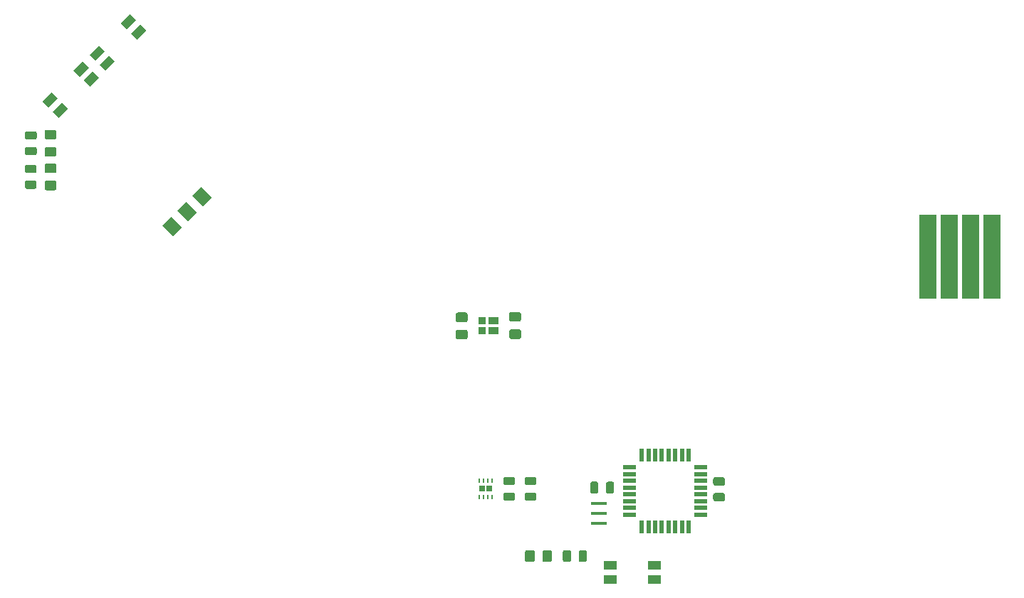
<source format=gbr>
G04 #@! TF.GenerationSoftware,KiCad,Pcbnew,(5.1.5-0-10_14)*
G04 #@! TF.CreationDate,2020-04-05T12:42:30-04:00*
G04 #@! TF.ProjectId,mobo,6d6f626f-2e6b-4696-9361-645f70636258,rev?*
G04 #@! TF.SameCoordinates,Original*
G04 #@! TF.FileFunction,Paste,Top*
G04 #@! TF.FilePolarity,Positive*
%FSLAX46Y46*%
G04 Gerber Fmt 4.6, Leading zero omitted, Abs format (unit mm)*
G04 Created by KiCad (PCBNEW (5.1.5-0-10_14)) date 2020-04-05 12:42:30*
%MOMM*%
%LPD*%
G04 APERTURE LIST*
%ADD10C,0.100000*%
%ADD11R,1.600000X0.550000*%
%ADD12R,0.550000X1.600000*%
%ADD13R,0.950000X0.970000*%
%ADD14R,1.150000X0.970000*%
%ADD15R,0.950000X0.850000*%
%ADD16R,1.150000X0.850000*%
%ADD17R,1.900000X0.400000*%
%ADD18R,2.000000X10.000000*%
%ADD19R,0.250000X0.500000*%
%ADD20R,0.650000X0.750000*%
%ADD21R,1.550000X1.000000*%
G04 APERTURE END LIST*
D10*
G36*
X160480142Y-160651174D02*
G01*
X160503803Y-160654684D01*
X160527007Y-160660496D01*
X160549529Y-160668554D01*
X160571153Y-160678782D01*
X160591670Y-160691079D01*
X160610883Y-160705329D01*
X160628607Y-160721393D01*
X160644671Y-160739117D01*
X160658921Y-160758330D01*
X160671218Y-160778847D01*
X160681446Y-160800471D01*
X160689504Y-160822993D01*
X160695316Y-160846197D01*
X160698826Y-160869858D01*
X160700000Y-160893750D01*
X160700000Y-161381250D01*
X160698826Y-161405142D01*
X160695316Y-161428803D01*
X160689504Y-161452007D01*
X160681446Y-161474529D01*
X160671218Y-161496153D01*
X160658921Y-161516670D01*
X160644671Y-161535883D01*
X160628607Y-161553607D01*
X160610883Y-161569671D01*
X160591670Y-161583921D01*
X160571153Y-161596218D01*
X160549529Y-161606446D01*
X160527007Y-161614504D01*
X160503803Y-161620316D01*
X160480142Y-161623826D01*
X160456250Y-161625000D01*
X159543750Y-161625000D01*
X159519858Y-161623826D01*
X159496197Y-161620316D01*
X159472993Y-161614504D01*
X159450471Y-161606446D01*
X159428847Y-161596218D01*
X159408330Y-161583921D01*
X159389117Y-161569671D01*
X159371393Y-161553607D01*
X159355329Y-161535883D01*
X159341079Y-161516670D01*
X159328782Y-161496153D01*
X159318554Y-161474529D01*
X159310496Y-161452007D01*
X159304684Y-161428803D01*
X159301174Y-161405142D01*
X159300000Y-161381250D01*
X159300000Y-160893750D01*
X159301174Y-160869858D01*
X159304684Y-160846197D01*
X159310496Y-160822993D01*
X159318554Y-160800471D01*
X159328782Y-160778847D01*
X159341079Y-160758330D01*
X159355329Y-160739117D01*
X159371393Y-160721393D01*
X159389117Y-160705329D01*
X159408330Y-160691079D01*
X159428847Y-160678782D01*
X159450471Y-160668554D01*
X159472993Y-160660496D01*
X159496197Y-160654684D01*
X159519858Y-160651174D01*
X159543750Y-160650000D01*
X160456250Y-160650000D01*
X160480142Y-160651174D01*
G37*
G36*
X160480142Y-158776174D02*
G01*
X160503803Y-158779684D01*
X160527007Y-158785496D01*
X160549529Y-158793554D01*
X160571153Y-158803782D01*
X160591670Y-158816079D01*
X160610883Y-158830329D01*
X160628607Y-158846393D01*
X160644671Y-158864117D01*
X160658921Y-158883330D01*
X160671218Y-158903847D01*
X160681446Y-158925471D01*
X160689504Y-158947993D01*
X160695316Y-158971197D01*
X160698826Y-158994858D01*
X160700000Y-159018750D01*
X160700000Y-159506250D01*
X160698826Y-159530142D01*
X160695316Y-159553803D01*
X160689504Y-159577007D01*
X160681446Y-159599529D01*
X160671218Y-159621153D01*
X160658921Y-159641670D01*
X160644671Y-159660883D01*
X160628607Y-159678607D01*
X160610883Y-159694671D01*
X160591670Y-159708921D01*
X160571153Y-159721218D01*
X160549529Y-159731446D01*
X160527007Y-159739504D01*
X160503803Y-159745316D01*
X160480142Y-159748826D01*
X160456250Y-159750000D01*
X159543750Y-159750000D01*
X159519858Y-159748826D01*
X159496197Y-159745316D01*
X159472993Y-159739504D01*
X159450471Y-159731446D01*
X159428847Y-159721218D01*
X159408330Y-159708921D01*
X159389117Y-159694671D01*
X159371393Y-159678607D01*
X159355329Y-159660883D01*
X159341079Y-159641670D01*
X159328782Y-159621153D01*
X159318554Y-159599529D01*
X159310496Y-159577007D01*
X159304684Y-159553803D01*
X159301174Y-159530142D01*
X159300000Y-159506250D01*
X159300000Y-159018750D01*
X159301174Y-158994858D01*
X159304684Y-158971197D01*
X159310496Y-158947993D01*
X159318554Y-158925471D01*
X159328782Y-158903847D01*
X159341079Y-158883330D01*
X159355329Y-158864117D01*
X159371393Y-158846393D01*
X159389117Y-158830329D01*
X159408330Y-158816079D01*
X159428847Y-158803782D01*
X159450471Y-158793554D01*
X159472993Y-158785496D01*
X159496197Y-158779684D01*
X159519858Y-158776174D01*
X159543750Y-158775000D01*
X160456250Y-158775000D01*
X160480142Y-158776174D01*
G37*
G36*
X85551650Y-110443324D02*
G01*
X86258757Y-111150431D01*
X85162742Y-112246446D01*
X84455635Y-111539339D01*
X85551650Y-110443324D01*
G37*
G36*
X81839339Y-114155635D02*
G01*
X82546446Y-114862742D01*
X81450431Y-115958757D01*
X80743324Y-115251650D01*
X81839339Y-114155635D01*
G37*
G36*
X80637258Y-112953554D02*
G01*
X81344365Y-113660661D01*
X80248350Y-114756676D01*
X79541243Y-114049569D01*
X80637258Y-112953554D01*
G37*
G36*
X84349569Y-109241243D02*
G01*
X85056676Y-109948350D01*
X83960661Y-111044365D01*
X83253554Y-110337258D01*
X84349569Y-109241243D01*
G37*
G36*
X145430142Y-159301174D02*
G01*
X145453803Y-159304684D01*
X145477007Y-159310496D01*
X145499529Y-159318554D01*
X145521153Y-159328782D01*
X145541670Y-159341079D01*
X145560883Y-159355329D01*
X145578607Y-159371393D01*
X145594671Y-159389117D01*
X145608921Y-159408330D01*
X145621218Y-159428847D01*
X145631446Y-159450471D01*
X145639504Y-159472993D01*
X145645316Y-159496197D01*
X145648826Y-159519858D01*
X145650000Y-159543750D01*
X145650000Y-160456250D01*
X145648826Y-160480142D01*
X145645316Y-160503803D01*
X145639504Y-160527007D01*
X145631446Y-160549529D01*
X145621218Y-160571153D01*
X145608921Y-160591670D01*
X145594671Y-160610883D01*
X145578607Y-160628607D01*
X145560883Y-160644671D01*
X145541670Y-160658921D01*
X145521153Y-160671218D01*
X145499529Y-160681446D01*
X145477007Y-160689504D01*
X145453803Y-160695316D01*
X145430142Y-160698826D01*
X145406250Y-160700000D01*
X144918750Y-160700000D01*
X144894858Y-160698826D01*
X144871197Y-160695316D01*
X144847993Y-160689504D01*
X144825471Y-160681446D01*
X144803847Y-160671218D01*
X144783330Y-160658921D01*
X144764117Y-160644671D01*
X144746393Y-160628607D01*
X144730329Y-160610883D01*
X144716079Y-160591670D01*
X144703782Y-160571153D01*
X144693554Y-160549529D01*
X144685496Y-160527007D01*
X144679684Y-160503803D01*
X144676174Y-160480142D01*
X144675000Y-160456250D01*
X144675000Y-159543750D01*
X144676174Y-159519858D01*
X144679684Y-159496197D01*
X144685496Y-159472993D01*
X144693554Y-159450471D01*
X144703782Y-159428847D01*
X144716079Y-159408330D01*
X144730329Y-159389117D01*
X144746393Y-159371393D01*
X144764117Y-159355329D01*
X144783330Y-159341079D01*
X144803847Y-159328782D01*
X144825471Y-159318554D01*
X144847993Y-159310496D01*
X144871197Y-159304684D01*
X144894858Y-159301174D01*
X144918750Y-159300000D01*
X145406250Y-159300000D01*
X145430142Y-159301174D01*
G37*
G36*
X147305142Y-159301174D02*
G01*
X147328803Y-159304684D01*
X147352007Y-159310496D01*
X147374529Y-159318554D01*
X147396153Y-159328782D01*
X147416670Y-159341079D01*
X147435883Y-159355329D01*
X147453607Y-159371393D01*
X147469671Y-159389117D01*
X147483921Y-159408330D01*
X147496218Y-159428847D01*
X147506446Y-159450471D01*
X147514504Y-159472993D01*
X147520316Y-159496197D01*
X147523826Y-159519858D01*
X147525000Y-159543750D01*
X147525000Y-160456250D01*
X147523826Y-160480142D01*
X147520316Y-160503803D01*
X147514504Y-160527007D01*
X147506446Y-160549529D01*
X147496218Y-160571153D01*
X147483921Y-160591670D01*
X147469671Y-160610883D01*
X147453607Y-160628607D01*
X147435883Y-160644671D01*
X147416670Y-160658921D01*
X147396153Y-160671218D01*
X147374529Y-160681446D01*
X147352007Y-160689504D01*
X147328803Y-160695316D01*
X147305142Y-160698826D01*
X147281250Y-160700000D01*
X146793750Y-160700000D01*
X146769858Y-160698826D01*
X146746197Y-160695316D01*
X146722993Y-160689504D01*
X146700471Y-160681446D01*
X146678847Y-160671218D01*
X146658330Y-160658921D01*
X146639117Y-160644671D01*
X146621393Y-160628607D01*
X146605329Y-160610883D01*
X146591079Y-160591670D01*
X146578782Y-160571153D01*
X146568554Y-160549529D01*
X146560496Y-160527007D01*
X146554684Y-160503803D01*
X146551174Y-160480142D01*
X146550000Y-160456250D01*
X146550000Y-159543750D01*
X146551174Y-159519858D01*
X146554684Y-159496197D01*
X146560496Y-159472993D01*
X146568554Y-159450471D01*
X146578782Y-159428847D01*
X146591079Y-159408330D01*
X146605329Y-159389117D01*
X146621393Y-159371393D01*
X146639117Y-159355329D01*
X146658330Y-159341079D01*
X146678847Y-159328782D01*
X146700471Y-159318554D01*
X146722993Y-159310496D01*
X146746197Y-159304684D01*
X146769858Y-159301174D01*
X146793750Y-159300000D01*
X147281250Y-159300000D01*
X147305142Y-159301174D01*
G37*
G36*
X144060142Y-167459174D02*
G01*
X144083803Y-167462684D01*
X144107007Y-167468496D01*
X144129529Y-167476554D01*
X144151153Y-167486782D01*
X144171670Y-167499079D01*
X144190883Y-167513329D01*
X144208607Y-167529393D01*
X144224671Y-167547117D01*
X144238921Y-167566330D01*
X144251218Y-167586847D01*
X144261446Y-167608471D01*
X144269504Y-167630993D01*
X144275316Y-167654197D01*
X144278826Y-167677858D01*
X144280000Y-167701750D01*
X144280000Y-168614250D01*
X144278826Y-168638142D01*
X144275316Y-168661803D01*
X144269504Y-168685007D01*
X144261446Y-168707529D01*
X144251218Y-168729153D01*
X144238921Y-168749670D01*
X144224671Y-168768883D01*
X144208607Y-168786607D01*
X144190883Y-168802671D01*
X144171670Y-168816921D01*
X144151153Y-168829218D01*
X144129529Y-168839446D01*
X144107007Y-168847504D01*
X144083803Y-168853316D01*
X144060142Y-168856826D01*
X144036250Y-168858000D01*
X143548750Y-168858000D01*
X143524858Y-168856826D01*
X143501197Y-168853316D01*
X143477993Y-168847504D01*
X143455471Y-168839446D01*
X143433847Y-168829218D01*
X143413330Y-168816921D01*
X143394117Y-168802671D01*
X143376393Y-168786607D01*
X143360329Y-168768883D01*
X143346079Y-168749670D01*
X143333782Y-168729153D01*
X143323554Y-168707529D01*
X143315496Y-168685007D01*
X143309684Y-168661803D01*
X143306174Y-168638142D01*
X143305000Y-168614250D01*
X143305000Y-167701750D01*
X143306174Y-167677858D01*
X143309684Y-167654197D01*
X143315496Y-167630993D01*
X143323554Y-167608471D01*
X143333782Y-167586847D01*
X143346079Y-167566330D01*
X143360329Y-167547117D01*
X143376393Y-167529393D01*
X143394117Y-167513329D01*
X143413330Y-167499079D01*
X143433847Y-167486782D01*
X143455471Y-167476554D01*
X143477993Y-167468496D01*
X143501197Y-167462684D01*
X143524858Y-167459174D01*
X143548750Y-167458000D01*
X144036250Y-167458000D01*
X144060142Y-167459174D01*
G37*
G36*
X142185142Y-167459174D02*
G01*
X142208803Y-167462684D01*
X142232007Y-167468496D01*
X142254529Y-167476554D01*
X142276153Y-167486782D01*
X142296670Y-167499079D01*
X142315883Y-167513329D01*
X142333607Y-167529393D01*
X142349671Y-167547117D01*
X142363921Y-167566330D01*
X142376218Y-167586847D01*
X142386446Y-167608471D01*
X142394504Y-167630993D01*
X142400316Y-167654197D01*
X142403826Y-167677858D01*
X142405000Y-167701750D01*
X142405000Y-168614250D01*
X142403826Y-168638142D01*
X142400316Y-168661803D01*
X142394504Y-168685007D01*
X142386446Y-168707529D01*
X142376218Y-168729153D01*
X142363921Y-168749670D01*
X142349671Y-168768883D01*
X142333607Y-168786607D01*
X142315883Y-168802671D01*
X142296670Y-168816921D01*
X142276153Y-168829218D01*
X142254529Y-168839446D01*
X142232007Y-168847504D01*
X142208803Y-168853316D01*
X142185142Y-168856826D01*
X142161250Y-168858000D01*
X141673750Y-168858000D01*
X141649858Y-168856826D01*
X141626197Y-168853316D01*
X141602993Y-168847504D01*
X141580471Y-168839446D01*
X141558847Y-168829218D01*
X141538330Y-168816921D01*
X141519117Y-168802671D01*
X141501393Y-168786607D01*
X141485329Y-168768883D01*
X141471079Y-168749670D01*
X141458782Y-168729153D01*
X141448554Y-168707529D01*
X141440496Y-168685007D01*
X141434684Y-168661803D01*
X141431174Y-168638142D01*
X141430000Y-168614250D01*
X141430000Y-167701750D01*
X141431174Y-167677858D01*
X141434684Y-167654197D01*
X141440496Y-167630993D01*
X141448554Y-167608471D01*
X141458782Y-167586847D01*
X141471079Y-167566330D01*
X141485329Y-167547117D01*
X141501393Y-167529393D01*
X141519117Y-167513329D01*
X141538330Y-167499079D01*
X141558847Y-167486782D01*
X141580471Y-167476554D01*
X141602993Y-167468496D01*
X141626197Y-167462684D01*
X141649858Y-167459174D01*
X141673750Y-167458000D01*
X142161250Y-167458000D01*
X142185142Y-167459174D01*
G37*
G36*
X78655128Y-119451174D02*
G01*
X78678789Y-119454684D01*
X78701993Y-119460496D01*
X78724515Y-119468554D01*
X78746139Y-119478782D01*
X78766656Y-119491079D01*
X78785869Y-119505329D01*
X78803593Y-119521393D01*
X78819657Y-119539117D01*
X78833907Y-119558330D01*
X78846204Y-119578847D01*
X78856432Y-119600471D01*
X78864490Y-119622993D01*
X78870302Y-119646197D01*
X78873812Y-119669858D01*
X78874986Y-119693750D01*
X78874986Y-120181250D01*
X78873812Y-120205142D01*
X78870302Y-120228803D01*
X78864490Y-120252007D01*
X78856432Y-120274529D01*
X78846204Y-120296153D01*
X78833907Y-120316670D01*
X78819657Y-120335883D01*
X78803593Y-120353607D01*
X78785869Y-120369671D01*
X78766656Y-120383921D01*
X78746139Y-120396218D01*
X78724515Y-120406446D01*
X78701993Y-120414504D01*
X78678789Y-120420316D01*
X78655128Y-120423826D01*
X78631236Y-120425000D01*
X77718736Y-120425000D01*
X77694844Y-120423826D01*
X77671183Y-120420316D01*
X77647979Y-120414504D01*
X77625457Y-120406446D01*
X77603833Y-120396218D01*
X77583316Y-120383921D01*
X77564103Y-120369671D01*
X77546379Y-120353607D01*
X77530315Y-120335883D01*
X77516065Y-120316670D01*
X77503768Y-120296153D01*
X77493540Y-120274529D01*
X77485482Y-120252007D01*
X77479670Y-120228803D01*
X77476160Y-120205142D01*
X77474986Y-120181250D01*
X77474986Y-119693750D01*
X77476160Y-119669858D01*
X77479670Y-119646197D01*
X77485482Y-119622993D01*
X77493540Y-119600471D01*
X77503768Y-119578847D01*
X77516065Y-119558330D01*
X77530315Y-119539117D01*
X77546379Y-119521393D01*
X77564103Y-119505329D01*
X77583316Y-119491079D01*
X77603833Y-119478782D01*
X77625457Y-119468554D01*
X77647979Y-119460496D01*
X77671183Y-119454684D01*
X77694844Y-119451174D01*
X77718736Y-119450000D01*
X78631236Y-119450000D01*
X78655128Y-119451174D01*
G37*
G36*
X78655128Y-117576174D02*
G01*
X78678789Y-117579684D01*
X78701993Y-117585496D01*
X78724515Y-117593554D01*
X78746139Y-117603782D01*
X78766656Y-117616079D01*
X78785869Y-117630329D01*
X78803593Y-117646393D01*
X78819657Y-117664117D01*
X78833907Y-117683330D01*
X78846204Y-117703847D01*
X78856432Y-117725471D01*
X78864490Y-117747993D01*
X78870302Y-117771197D01*
X78873812Y-117794858D01*
X78874986Y-117818750D01*
X78874986Y-118306250D01*
X78873812Y-118330142D01*
X78870302Y-118353803D01*
X78864490Y-118377007D01*
X78856432Y-118399529D01*
X78846204Y-118421153D01*
X78833907Y-118441670D01*
X78819657Y-118460883D01*
X78803593Y-118478607D01*
X78785869Y-118494671D01*
X78766656Y-118508921D01*
X78746139Y-118521218D01*
X78724515Y-118531446D01*
X78701993Y-118539504D01*
X78678789Y-118545316D01*
X78655128Y-118548826D01*
X78631236Y-118550000D01*
X77718736Y-118550000D01*
X77694844Y-118548826D01*
X77671183Y-118545316D01*
X77647979Y-118539504D01*
X77625457Y-118531446D01*
X77603833Y-118521218D01*
X77583316Y-118508921D01*
X77564103Y-118494671D01*
X77546379Y-118478607D01*
X77530315Y-118460883D01*
X77516065Y-118441670D01*
X77503768Y-118421153D01*
X77493540Y-118399529D01*
X77485482Y-118377007D01*
X77479670Y-118353803D01*
X77476160Y-118330142D01*
X77474986Y-118306250D01*
X77474986Y-117818750D01*
X77476160Y-117794858D01*
X77479670Y-117771197D01*
X77485482Y-117747993D01*
X77493540Y-117725471D01*
X77503768Y-117703847D01*
X77516065Y-117683330D01*
X77530315Y-117664117D01*
X77546379Y-117646393D01*
X77564103Y-117630329D01*
X77583316Y-117616079D01*
X77603833Y-117603782D01*
X77625457Y-117593554D01*
X77647979Y-117585496D01*
X77671183Y-117579684D01*
X77694844Y-117576174D01*
X77718736Y-117575000D01*
X78631236Y-117575000D01*
X78655128Y-117576174D01*
G37*
G36*
X78637168Y-121576174D02*
G01*
X78660829Y-121579684D01*
X78684033Y-121585496D01*
X78706555Y-121593554D01*
X78728179Y-121603782D01*
X78748696Y-121616079D01*
X78767909Y-121630329D01*
X78785633Y-121646393D01*
X78801697Y-121664117D01*
X78815947Y-121683330D01*
X78828244Y-121703847D01*
X78838472Y-121725471D01*
X78846530Y-121747993D01*
X78852342Y-121771197D01*
X78855852Y-121794858D01*
X78857026Y-121818750D01*
X78857026Y-122306250D01*
X78855852Y-122330142D01*
X78852342Y-122353803D01*
X78846530Y-122377007D01*
X78838472Y-122399529D01*
X78828244Y-122421153D01*
X78815947Y-122441670D01*
X78801697Y-122460883D01*
X78785633Y-122478607D01*
X78767909Y-122494671D01*
X78748696Y-122508921D01*
X78728179Y-122521218D01*
X78706555Y-122531446D01*
X78684033Y-122539504D01*
X78660829Y-122545316D01*
X78637168Y-122548826D01*
X78613276Y-122550000D01*
X77700776Y-122550000D01*
X77676884Y-122548826D01*
X77653223Y-122545316D01*
X77630019Y-122539504D01*
X77607497Y-122531446D01*
X77585873Y-122521218D01*
X77565356Y-122508921D01*
X77546143Y-122494671D01*
X77528419Y-122478607D01*
X77512355Y-122460883D01*
X77498105Y-122441670D01*
X77485808Y-122421153D01*
X77475580Y-122399529D01*
X77467522Y-122377007D01*
X77461710Y-122353803D01*
X77458200Y-122330142D01*
X77457026Y-122306250D01*
X77457026Y-121818750D01*
X77458200Y-121794858D01*
X77461710Y-121771197D01*
X77467522Y-121747993D01*
X77475580Y-121725471D01*
X77485808Y-121703847D01*
X77498105Y-121683330D01*
X77512355Y-121664117D01*
X77528419Y-121646393D01*
X77546143Y-121630329D01*
X77565356Y-121616079D01*
X77585873Y-121603782D01*
X77607497Y-121593554D01*
X77630019Y-121585496D01*
X77653223Y-121579684D01*
X77676884Y-121576174D01*
X77700776Y-121575000D01*
X78613276Y-121575000D01*
X78637168Y-121576174D01*
G37*
G36*
X78637168Y-123451174D02*
G01*
X78660829Y-123454684D01*
X78684033Y-123460496D01*
X78706555Y-123468554D01*
X78728179Y-123478782D01*
X78748696Y-123491079D01*
X78767909Y-123505329D01*
X78785633Y-123521393D01*
X78801697Y-123539117D01*
X78815947Y-123558330D01*
X78828244Y-123578847D01*
X78838472Y-123600471D01*
X78846530Y-123622993D01*
X78852342Y-123646197D01*
X78855852Y-123669858D01*
X78857026Y-123693750D01*
X78857026Y-124181250D01*
X78855852Y-124205142D01*
X78852342Y-124228803D01*
X78846530Y-124252007D01*
X78838472Y-124274529D01*
X78828244Y-124296153D01*
X78815947Y-124316670D01*
X78801697Y-124335883D01*
X78785633Y-124353607D01*
X78767909Y-124369671D01*
X78748696Y-124383921D01*
X78728179Y-124396218D01*
X78706555Y-124406446D01*
X78684033Y-124414504D01*
X78660829Y-124420316D01*
X78637168Y-124423826D01*
X78613276Y-124425000D01*
X77700776Y-124425000D01*
X77676884Y-124423826D01*
X77653223Y-124420316D01*
X77630019Y-124414504D01*
X77607497Y-124406446D01*
X77585873Y-124396218D01*
X77565356Y-124383921D01*
X77546143Y-124369671D01*
X77528419Y-124353607D01*
X77512355Y-124335883D01*
X77498105Y-124316670D01*
X77485808Y-124296153D01*
X77475580Y-124274529D01*
X77467522Y-124252007D01*
X77461710Y-124228803D01*
X77458200Y-124205142D01*
X77457026Y-124181250D01*
X77457026Y-123693750D01*
X77458200Y-123669858D01*
X77461710Y-123646197D01*
X77467522Y-123622993D01*
X77475580Y-123600471D01*
X77485808Y-123578847D01*
X77498105Y-123558330D01*
X77512355Y-123539117D01*
X77528419Y-123521393D01*
X77546143Y-123505329D01*
X77565356Y-123491079D01*
X77585873Y-123478782D01*
X77607497Y-123468554D01*
X77630019Y-123460496D01*
X77653223Y-123454684D01*
X77676884Y-123451174D01*
X77700776Y-123450000D01*
X78613276Y-123450000D01*
X78637168Y-123451174D01*
G37*
G36*
X80974505Y-119451204D02*
G01*
X80998773Y-119454804D01*
X81022572Y-119460765D01*
X81045671Y-119469030D01*
X81067850Y-119479520D01*
X81088893Y-119492132D01*
X81108599Y-119506747D01*
X81126777Y-119523223D01*
X81143253Y-119541401D01*
X81157868Y-119561107D01*
X81170480Y-119582150D01*
X81180970Y-119604329D01*
X81189235Y-119627428D01*
X81195196Y-119651227D01*
X81198796Y-119675495D01*
X81200000Y-119699999D01*
X81200000Y-120350001D01*
X81198796Y-120374505D01*
X81195196Y-120398773D01*
X81189235Y-120422572D01*
X81180970Y-120445671D01*
X81170480Y-120467850D01*
X81157868Y-120488893D01*
X81143253Y-120508599D01*
X81126777Y-120526777D01*
X81108599Y-120543253D01*
X81088893Y-120557868D01*
X81067850Y-120570480D01*
X81045671Y-120580970D01*
X81022572Y-120589235D01*
X80998773Y-120595196D01*
X80974505Y-120598796D01*
X80950001Y-120600000D01*
X80049999Y-120600000D01*
X80025495Y-120598796D01*
X80001227Y-120595196D01*
X79977428Y-120589235D01*
X79954329Y-120580970D01*
X79932150Y-120570480D01*
X79911107Y-120557868D01*
X79891401Y-120543253D01*
X79873223Y-120526777D01*
X79856747Y-120508599D01*
X79842132Y-120488893D01*
X79829520Y-120467850D01*
X79819030Y-120445671D01*
X79810765Y-120422572D01*
X79804804Y-120398773D01*
X79801204Y-120374505D01*
X79800000Y-120350001D01*
X79800000Y-119699999D01*
X79801204Y-119675495D01*
X79804804Y-119651227D01*
X79810765Y-119627428D01*
X79819030Y-119604329D01*
X79829520Y-119582150D01*
X79842132Y-119561107D01*
X79856747Y-119541401D01*
X79873223Y-119523223D01*
X79891401Y-119506747D01*
X79911107Y-119492132D01*
X79932150Y-119479520D01*
X79954329Y-119469030D01*
X79977428Y-119460765D01*
X80001227Y-119454804D01*
X80025495Y-119451204D01*
X80049999Y-119450000D01*
X80950001Y-119450000D01*
X80974505Y-119451204D01*
G37*
G36*
X80974505Y-117401204D02*
G01*
X80998773Y-117404804D01*
X81022572Y-117410765D01*
X81045671Y-117419030D01*
X81067850Y-117429520D01*
X81088893Y-117442132D01*
X81108599Y-117456747D01*
X81126777Y-117473223D01*
X81143253Y-117491401D01*
X81157868Y-117511107D01*
X81170480Y-117532150D01*
X81180970Y-117554329D01*
X81189235Y-117577428D01*
X81195196Y-117601227D01*
X81198796Y-117625495D01*
X81200000Y-117649999D01*
X81200000Y-118300001D01*
X81198796Y-118324505D01*
X81195196Y-118348773D01*
X81189235Y-118372572D01*
X81180970Y-118395671D01*
X81170480Y-118417850D01*
X81157868Y-118438893D01*
X81143253Y-118458599D01*
X81126777Y-118476777D01*
X81108599Y-118493253D01*
X81088893Y-118507868D01*
X81067850Y-118520480D01*
X81045671Y-118530970D01*
X81022572Y-118539235D01*
X80998773Y-118545196D01*
X80974505Y-118548796D01*
X80950001Y-118550000D01*
X80049999Y-118550000D01*
X80025495Y-118548796D01*
X80001227Y-118545196D01*
X79977428Y-118539235D01*
X79954329Y-118530970D01*
X79932150Y-118520480D01*
X79911107Y-118507868D01*
X79891401Y-118493253D01*
X79873223Y-118476777D01*
X79856747Y-118458599D01*
X79842132Y-118438893D01*
X79829520Y-118417850D01*
X79819030Y-118395671D01*
X79810765Y-118372572D01*
X79804804Y-118348773D01*
X79801204Y-118324505D01*
X79800000Y-118300001D01*
X79800000Y-117649999D01*
X79801204Y-117625495D01*
X79804804Y-117601227D01*
X79810765Y-117577428D01*
X79819030Y-117554329D01*
X79829520Y-117532150D01*
X79842132Y-117511107D01*
X79856747Y-117491401D01*
X79873223Y-117473223D01*
X79891401Y-117456747D01*
X79911107Y-117442132D01*
X79932150Y-117429520D01*
X79954329Y-117419030D01*
X79977428Y-117410765D01*
X80001227Y-117404804D01*
X80025495Y-117401204D01*
X80049999Y-117400000D01*
X80950001Y-117400000D01*
X80974505Y-117401204D01*
G37*
G36*
X80984358Y-121401204D02*
G01*
X81008626Y-121404804D01*
X81032425Y-121410765D01*
X81055524Y-121419030D01*
X81077703Y-121429520D01*
X81098746Y-121442132D01*
X81118452Y-121456747D01*
X81136630Y-121473223D01*
X81153106Y-121491401D01*
X81167721Y-121511107D01*
X81180333Y-121532150D01*
X81190823Y-121554329D01*
X81199088Y-121577428D01*
X81205049Y-121601227D01*
X81208649Y-121625495D01*
X81209853Y-121649999D01*
X81209853Y-122300001D01*
X81208649Y-122324505D01*
X81205049Y-122348773D01*
X81199088Y-122372572D01*
X81190823Y-122395671D01*
X81180333Y-122417850D01*
X81167721Y-122438893D01*
X81153106Y-122458599D01*
X81136630Y-122476777D01*
X81118452Y-122493253D01*
X81098746Y-122507868D01*
X81077703Y-122520480D01*
X81055524Y-122530970D01*
X81032425Y-122539235D01*
X81008626Y-122545196D01*
X80984358Y-122548796D01*
X80959854Y-122550000D01*
X80059852Y-122550000D01*
X80035348Y-122548796D01*
X80011080Y-122545196D01*
X79987281Y-122539235D01*
X79964182Y-122530970D01*
X79942003Y-122520480D01*
X79920960Y-122507868D01*
X79901254Y-122493253D01*
X79883076Y-122476777D01*
X79866600Y-122458599D01*
X79851985Y-122438893D01*
X79839373Y-122417850D01*
X79828883Y-122395671D01*
X79820618Y-122372572D01*
X79814657Y-122348773D01*
X79811057Y-122324505D01*
X79809853Y-122300001D01*
X79809853Y-121649999D01*
X79811057Y-121625495D01*
X79814657Y-121601227D01*
X79820618Y-121577428D01*
X79828883Y-121554329D01*
X79839373Y-121532150D01*
X79851985Y-121511107D01*
X79866600Y-121491401D01*
X79883076Y-121473223D01*
X79901254Y-121456747D01*
X79920960Y-121442132D01*
X79942003Y-121429520D01*
X79964182Y-121419030D01*
X79987281Y-121410765D01*
X80011080Y-121404804D01*
X80035348Y-121401204D01*
X80059852Y-121400000D01*
X80959854Y-121400000D01*
X80984358Y-121401204D01*
G37*
G36*
X80984358Y-123451204D02*
G01*
X81008626Y-123454804D01*
X81032425Y-123460765D01*
X81055524Y-123469030D01*
X81077703Y-123479520D01*
X81098746Y-123492132D01*
X81118452Y-123506747D01*
X81136630Y-123523223D01*
X81153106Y-123541401D01*
X81167721Y-123561107D01*
X81180333Y-123582150D01*
X81190823Y-123604329D01*
X81199088Y-123627428D01*
X81205049Y-123651227D01*
X81208649Y-123675495D01*
X81209853Y-123699999D01*
X81209853Y-124350001D01*
X81208649Y-124374505D01*
X81205049Y-124398773D01*
X81199088Y-124422572D01*
X81190823Y-124445671D01*
X81180333Y-124467850D01*
X81167721Y-124488893D01*
X81153106Y-124508599D01*
X81136630Y-124526777D01*
X81118452Y-124543253D01*
X81098746Y-124557868D01*
X81077703Y-124570480D01*
X81055524Y-124580970D01*
X81032425Y-124589235D01*
X81008626Y-124595196D01*
X80984358Y-124598796D01*
X80959854Y-124600000D01*
X80059852Y-124600000D01*
X80035348Y-124598796D01*
X80011080Y-124595196D01*
X79987281Y-124589235D01*
X79964182Y-124580970D01*
X79942003Y-124570480D01*
X79920960Y-124557868D01*
X79901254Y-124543253D01*
X79883076Y-124526777D01*
X79866600Y-124508599D01*
X79851985Y-124488893D01*
X79839373Y-124467850D01*
X79828883Y-124445671D01*
X79820618Y-124422572D01*
X79814657Y-124398773D01*
X79811057Y-124374505D01*
X79809853Y-124350001D01*
X79809853Y-123699999D01*
X79811057Y-123675495D01*
X79814657Y-123651227D01*
X79820618Y-123627428D01*
X79828883Y-123604329D01*
X79839373Y-123582150D01*
X79851985Y-123561107D01*
X79866600Y-123541401D01*
X79883076Y-123523223D01*
X79901254Y-123506747D01*
X79920960Y-123492132D01*
X79942003Y-123479520D01*
X79964182Y-123469030D01*
X79987281Y-123460765D01*
X80011080Y-123454804D01*
X80035348Y-123451204D01*
X80059852Y-123450000D01*
X80959854Y-123450000D01*
X80984358Y-123451204D01*
G37*
G36*
X129874505Y-139151204D02*
G01*
X129898773Y-139154804D01*
X129922572Y-139160765D01*
X129945671Y-139169030D01*
X129967850Y-139179520D01*
X129988893Y-139192132D01*
X130008599Y-139206747D01*
X130026777Y-139223223D01*
X130043253Y-139241401D01*
X130057868Y-139261107D01*
X130070480Y-139282150D01*
X130080970Y-139304329D01*
X130089235Y-139327428D01*
X130095196Y-139351227D01*
X130098796Y-139375495D01*
X130100000Y-139399999D01*
X130100000Y-140050001D01*
X130098796Y-140074505D01*
X130095196Y-140098773D01*
X130089235Y-140122572D01*
X130080970Y-140145671D01*
X130070480Y-140167850D01*
X130057868Y-140188893D01*
X130043253Y-140208599D01*
X130026777Y-140226777D01*
X130008599Y-140243253D01*
X129988893Y-140257868D01*
X129967850Y-140270480D01*
X129945671Y-140280970D01*
X129922572Y-140289235D01*
X129898773Y-140295196D01*
X129874505Y-140298796D01*
X129850001Y-140300000D01*
X128949999Y-140300000D01*
X128925495Y-140298796D01*
X128901227Y-140295196D01*
X128877428Y-140289235D01*
X128854329Y-140280970D01*
X128832150Y-140270480D01*
X128811107Y-140257868D01*
X128791401Y-140243253D01*
X128773223Y-140226777D01*
X128756747Y-140208599D01*
X128742132Y-140188893D01*
X128729520Y-140167850D01*
X128719030Y-140145671D01*
X128710765Y-140122572D01*
X128704804Y-140098773D01*
X128701204Y-140074505D01*
X128700000Y-140050001D01*
X128700000Y-139399999D01*
X128701204Y-139375495D01*
X128704804Y-139351227D01*
X128710765Y-139327428D01*
X128719030Y-139304329D01*
X128729520Y-139282150D01*
X128742132Y-139261107D01*
X128756747Y-139241401D01*
X128773223Y-139223223D01*
X128791401Y-139206747D01*
X128811107Y-139192132D01*
X128832150Y-139179520D01*
X128854329Y-139169030D01*
X128877428Y-139160765D01*
X128901227Y-139154804D01*
X128925495Y-139151204D01*
X128949999Y-139150000D01*
X129850001Y-139150000D01*
X129874505Y-139151204D01*
G37*
G36*
X129874505Y-141201204D02*
G01*
X129898773Y-141204804D01*
X129922572Y-141210765D01*
X129945671Y-141219030D01*
X129967850Y-141229520D01*
X129988893Y-141242132D01*
X130008599Y-141256747D01*
X130026777Y-141273223D01*
X130043253Y-141291401D01*
X130057868Y-141311107D01*
X130070480Y-141332150D01*
X130080970Y-141354329D01*
X130089235Y-141377428D01*
X130095196Y-141401227D01*
X130098796Y-141425495D01*
X130100000Y-141449999D01*
X130100000Y-142100001D01*
X130098796Y-142124505D01*
X130095196Y-142148773D01*
X130089235Y-142172572D01*
X130080970Y-142195671D01*
X130070480Y-142217850D01*
X130057868Y-142238893D01*
X130043253Y-142258599D01*
X130026777Y-142276777D01*
X130008599Y-142293253D01*
X129988893Y-142307868D01*
X129967850Y-142320480D01*
X129945671Y-142330970D01*
X129922572Y-142339235D01*
X129898773Y-142345196D01*
X129874505Y-142348796D01*
X129850001Y-142350000D01*
X128949999Y-142350000D01*
X128925495Y-142348796D01*
X128901227Y-142345196D01*
X128877428Y-142339235D01*
X128854329Y-142330970D01*
X128832150Y-142320480D01*
X128811107Y-142307868D01*
X128791401Y-142293253D01*
X128773223Y-142276777D01*
X128756747Y-142258599D01*
X128742132Y-142238893D01*
X128729520Y-142217850D01*
X128719030Y-142195671D01*
X128710765Y-142172572D01*
X128704804Y-142148773D01*
X128701204Y-142124505D01*
X128700000Y-142100001D01*
X128700000Y-141449999D01*
X128701204Y-141425495D01*
X128704804Y-141401227D01*
X128710765Y-141377428D01*
X128719030Y-141354329D01*
X128729520Y-141332150D01*
X128742132Y-141311107D01*
X128756747Y-141291401D01*
X128773223Y-141273223D01*
X128791401Y-141256747D01*
X128811107Y-141242132D01*
X128832150Y-141229520D01*
X128854329Y-141219030D01*
X128877428Y-141210765D01*
X128901227Y-141204804D01*
X128925495Y-141201204D01*
X128949999Y-141200000D01*
X129850001Y-141200000D01*
X129874505Y-141201204D01*
G37*
G36*
X136224505Y-141151204D02*
G01*
X136248773Y-141154804D01*
X136272572Y-141160765D01*
X136295671Y-141169030D01*
X136317850Y-141179520D01*
X136338893Y-141192132D01*
X136358599Y-141206747D01*
X136376777Y-141223223D01*
X136393253Y-141241401D01*
X136407868Y-141261107D01*
X136420480Y-141282150D01*
X136430970Y-141304329D01*
X136439235Y-141327428D01*
X136445196Y-141351227D01*
X136448796Y-141375495D01*
X136450000Y-141399999D01*
X136450000Y-142050001D01*
X136448796Y-142074505D01*
X136445196Y-142098773D01*
X136439235Y-142122572D01*
X136430970Y-142145671D01*
X136420480Y-142167850D01*
X136407868Y-142188893D01*
X136393253Y-142208599D01*
X136376777Y-142226777D01*
X136358599Y-142243253D01*
X136338893Y-142257868D01*
X136317850Y-142270480D01*
X136295671Y-142280970D01*
X136272572Y-142289235D01*
X136248773Y-142295196D01*
X136224505Y-142298796D01*
X136200001Y-142300000D01*
X135299999Y-142300000D01*
X135275495Y-142298796D01*
X135251227Y-142295196D01*
X135227428Y-142289235D01*
X135204329Y-142280970D01*
X135182150Y-142270480D01*
X135161107Y-142257868D01*
X135141401Y-142243253D01*
X135123223Y-142226777D01*
X135106747Y-142208599D01*
X135092132Y-142188893D01*
X135079520Y-142167850D01*
X135069030Y-142145671D01*
X135060765Y-142122572D01*
X135054804Y-142098773D01*
X135051204Y-142074505D01*
X135050000Y-142050001D01*
X135050000Y-141399999D01*
X135051204Y-141375495D01*
X135054804Y-141351227D01*
X135060765Y-141327428D01*
X135069030Y-141304329D01*
X135079520Y-141282150D01*
X135092132Y-141261107D01*
X135106747Y-141241401D01*
X135123223Y-141223223D01*
X135141401Y-141206747D01*
X135161107Y-141192132D01*
X135182150Y-141179520D01*
X135204329Y-141169030D01*
X135227428Y-141160765D01*
X135251227Y-141154804D01*
X135275495Y-141151204D01*
X135299999Y-141150000D01*
X136200001Y-141150000D01*
X136224505Y-141151204D01*
G37*
G36*
X136224505Y-139101204D02*
G01*
X136248773Y-139104804D01*
X136272572Y-139110765D01*
X136295671Y-139119030D01*
X136317850Y-139129520D01*
X136338893Y-139142132D01*
X136358599Y-139156747D01*
X136376777Y-139173223D01*
X136393253Y-139191401D01*
X136407868Y-139211107D01*
X136420480Y-139232150D01*
X136430970Y-139254329D01*
X136439235Y-139277428D01*
X136445196Y-139301227D01*
X136448796Y-139325495D01*
X136450000Y-139349999D01*
X136450000Y-140000001D01*
X136448796Y-140024505D01*
X136445196Y-140048773D01*
X136439235Y-140072572D01*
X136430970Y-140095671D01*
X136420480Y-140117850D01*
X136407868Y-140138893D01*
X136393253Y-140158599D01*
X136376777Y-140176777D01*
X136358599Y-140193253D01*
X136338893Y-140207868D01*
X136317850Y-140220480D01*
X136295671Y-140230970D01*
X136272572Y-140239235D01*
X136248773Y-140245196D01*
X136224505Y-140248796D01*
X136200001Y-140250000D01*
X135299999Y-140250000D01*
X135275495Y-140248796D01*
X135251227Y-140245196D01*
X135227428Y-140239235D01*
X135204329Y-140230970D01*
X135182150Y-140220480D01*
X135161107Y-140207868D01*
X135141401Y-140193253D01*
X135123223Y-140176777D01*
X135106747Y-140158599D01*
X135092132Y-140138893D01*
X135079520Y-140117850D01*
X135069030Y-140095671D01*
X135060765Y-140072572D01*
X135054804Y-140048773D01*
X135051204Y-140024505D01*
X135050000Y-140000001D01*
X135050000Y-139349999D01*
X135051204Y-139325495D01*
X135054804Y-139301227D01*
X135060765Y-139277428D01*
X135069030Y-139254329D01*
X135079520Y-139232150D01*
X135092132Y-139211107D01*
X135106747Y-139191401D01*
X135123223Y-139173223D01*
X135141401Y-139156747D01*
X135161107Y-139142132D01*
X135182150Y-139129520D01*
X135204329Y-139119030D01*
X135227428Y-139110765D01*
X135251227Y-139104804D01*
X135275495Y-139101204D01*
X135299999Y-139100000D01*
X136200001Y-139100000D01*
X136224505Y-139101204D01*
G37*
G36*
X139911505Y-167459204D02*
G01*
X139935773Y-167462804D01*
X139959572Y-167468765D01*
X139982671Y-167477030D01*
X140004850Y-167487520D01*
X140025893Y-167500132D01*
X140045599Y-167514747D01*
X140063777Y-167531223D01*
X140080253Y-167549401D01*
X140094868Y-167569107D01*
X140107480Y-167590150D01*
X140117970Y-167612329D01*
X140126235Y-167635428D01*
X140132196Y-167659227D01*
X140135796Y-167683495D01*
X140137000Y-167707999D01*
X140137000Y-168608001D01*
X140135796Y-168632505D01*
X140132196Y-168656773D01*
X140126235Y-168680572D01*
X140117970Y-168703671D01*
X140107480Y-168725850D01*
X140094868Y-168746893D01*
X140080253Y-168766599D01*
X140063777Y-168784777D01*
X140045599Y-168801253D01*
X140025893Y-168815868D01*
X140004850Y-168828480D01*
X139982671Y-168838970D01*
X139959572Y-168847235D01*
X139935773Y-168853196D01*
X139911505Y-168856796D01*
X139887001Y-168858000D01*
X139236999Y-168858000D01*
X139212495Y-168856796D01*
X139188227Y-168853196D01*
X139164428Y-168847235D01*
X139141329Y-168838970D01*
X139119150Y-168828480D01*
X139098107Y-168815868D01*
X139078401Y-168801253D01*
X139060223Y-168784777D01*
X139043747Y-168766599D01*
X139029132Y-168746893D01*
X139016520Y-168725850D01*
X139006030Y-168703671D01*
X138997765Y-168680572D01*
X138991804Y-168656773D01*
X138988204Y-168632505D01*
X138987000Y-168608001D01*
X138987000Y-167707999D01*
X138988204Y-167683495D01*
X138991804Y-167659227D01*
X138997765Y-167635428D01*
X139006030Y-167612329D01*
X139016520Y-167590150D01*
X139029132Y-167569107D01*
X139043747Y-167549401D01*
X139060223Y-167531223D01*
X139078401Y-167514747D01*
X139098107Y-167500132D01*
X139119150Y-167487520D01*
X139141329Y-167477030D01*
X139164428Y-167468765D01*
X139188227Y-167462804D01*
X139212495Y-167459204D01*
X139236999Y-167458000D01*
X139887001Y-167458000D01*
X139911505Y-167459204D01*
G37*
G36*
X137861505Y-167459204D02*
G01*
X137885773Y-167462804D01*
X137909572Y-167468765D01*
X137932671Y-167477030D01*
X137954850Y-167487520D01*
X137975893Y-167500132D01*
X137995599Y-167514747D01*
X138013777Y-167531223D01*
X138030253Y-167549401D01*
X138044868Y-167569107D01*
X138057480Y-167590150D01*
X138067970Y-167612329D01*
X138076235Y-167635428D01*
X138082196Y-167659227D01*
X138085796Y-167683495D01*
X138087000Y-167707999D01*
X138087000Y-168608001D01*
X138085796Y-168632505D01*
X138082196Y-168656773D01*
X138076235Y-168680572D01*
X138067970Y-168703671D01*
X138057480Y-168725850D01*
X138044868Y-168746893D01*
X138030253Y-168766599D01*
X138013777Y-168784777D01*
X137995599Y-168801253D01*
X137975893Y-168815868D01*
X137954850Y-168828480D01*
X137932671Y-168838970D01*
X137909572Y-168847235D01*
X137885773Y-168853196D01*
X137861505Y-168856796D01*
X137837001Y-168858000D01*
X137186999Y-168858000D01*
X137162495Y-168856796D01*
X137138227Y-168853196D01*
X137114428Y-168847235D01*
X137091329Y-168838970D01*
X137069150Y-168828480D01*
X137048107Y-168815868D01*
X137028401Y-168801253D01*
X137010223Y-168784777D01*
X136993747Y-168766599D01*
X136979132Y-168746893D01*
X136966520Y-168725850D01*
X136956030Y-168703671D01*
X136947765Y-168680572D01*
X136941804Y-168656773D01*
X136938204Y-168632505D01*
X136937000Y-168608001D01*
X136937000Y-167707999D01*
X136938204Y-167683495D01*
X136941804Y-167659227D01*
X136947765Y-167635428D01*
X136956030Y-167612329D01*
X136966520Y-167590150D01*
X136979132Y-167569107D01*
X136993747Y-167549401D01*
X137010223Y-167531223D01*
X137028401Y-167514747D01*
X137048107Y-167500132D01*
X137069150Y-167487520D01*
X137091329Y-167477030D01*
X137114428Y-167468765D01*
X137138227Y-167462804D01*
X137162495Y-167459204D01*
X137186999Y-167458000D01*
X137837001Y-167458000D01*
X137861505Y-167459204D01*
G37*
D11*
X149350000Y-157600000D03*
X149350000Y-158400000D03*
X149350000Y-159200000D03*
X149350000Y-160000000D03*
X149350000Y-160800000D03*
X149350000Y-161600000D03*
X149350000Y-162400000D03*
X149350000Y-163200000D03*
D12*
X150800000Y-164650000D03*
X151600000Y-164650000D03*
X152400000Y-164650000D03*
X153200000Y-164650000D03*
X154000000Y-164650000D03*
X154800000Y-164650000D03*
X155600000Y-164650000D03*
X156400000Y-164650000D03*
D11*
X157850000Y-163200000D03*
X157850000Y-162400000D03*
X157850000Y-161600000D03*
X157850000Y-160800000D03*
X157850000Y-160000000D03*
X157850000Y-159200000D03*
X157850000Y-158400000D03*
X157850000Y-157600000D03*
D12*
X156400000Y-156150000D03*
X155600000Y-156150000D03*
X154800000Y-156150000D03*
X154000000Y-156150000D03*
X153200000Y-156150000D03*
X152400000Y-156150000D03*
X151600000Y-156150000D03*
X150800000Y-156150000D03*
D13*
X131800000Y-141325000D03*
D14*
X133200000Y-141325000D03*
D15*
X131800000Y-140125000D03*
D16*
X133200000Y-140125000D03*
D17*
X145733000Y-164298000D03*
X145733000Y-163098000D03*
X145733000Y-161898000D03*
D18*
X184785000Y-132500000D03*
X187325000Y-132500000D03*
X189865000Y-132500000D03*
X192405000Y-132500000D03*
D10*
G36*
X89949569Y-103641243D02*
G01*
X90656676Y-104348350D01*
X89560661Y-105444365D01*
X88853554Y-104737258D01*
X89949569Y-103641243D01*
G37*
G36*
X86237258Y-107353554D02*
G01*
X86944365Y-108060661D01*
X85848350Y-109156676D01*
X85141243Y-108449569D01*
X86237258Y-107353554D01*
G37*
G36*
X87439339Y-108555635D02*
G01*
X88146446Y-109262742D01*
X87050431Y-110358757D01*
X86343324Y-109651650D01*
X87439339Y-108555635D01*
G37*
G36*
X91151650Y-104843324D02*
G01*
X91858757Y-105550431D01*
X90762742Y-106646446D01*
X90055635Y-105939339D01*
X91151650Y-104843324D01*
G37*
G36*
X138061142Y-160591174D02*
G01*
X138084803Y-160594684D01*
X138108007Y-160600496D01*
X138130529Y-160608554D01*
X138152153Y-160618782D01*
X138172670Y-160631079D01*
X138191883Y-160645329D01*
X138209607Y-160661393D01*
X138225671Y-160679117D01*
X138239921Y-160698330D01*
X138252218Y-160718847D01*
X138262446Y-160740471D01*
X138270504Y-160762993D01*
X138276316Y-160786197D01*
X138279826Y-160809858D01*
X138281000Y-160833750D01*
X138281000Y-161321250D01*
X138279826Y-161345142D01*
X138276316Y-161368803D01*
X138270504Y-161392007D01*
X138262446Y-161414529D01*
X138252218Y-161436153D01*
X138239921Y-161456670D01*
X138225671Y-161475883D01*
X138209607Y-161493607D01*
X138191883Y-161509671D01*
X138172670Y-161523921D01*
X138152153Y-161536218D01*
X138130529Y-161546446D01*
X138108007Y-161554504D01*
X138084803Y-161560316D01*
X138061142Y-161563826D01*
X138037250Y-161565000D01*
X137124750Y-161565000D01*
X137100858Y-161563826D01*
X137077197Y-161560316D01*
X137053993Y-161554504D01*
X137031471Y-161546446D01*
X137009847Y-161536218D01*
X136989330Y-161523921D01*
X136970117Y-161509671D01*
X136952393Y-161493607D01*
X136936329Y-161475883D01*
X136922079Y-161456670D01*
X136909782Y-161436153D01*
X136899554Y-161414529D01*
X136891496Y-161392007D01*
X136885684Y-161368803D01*
X136882174Y-161345142D01*
X136881000Y-161321250D01*
X136881000Y-160833750D01*
X136882174Y-160809858D01*
X136885684Y-160786197D01*
X136891496Y-160762993D01*
X136899554Y-160740471D01*
X136909782Y-160718847D01*
X136922079Y-160698330D01*
X136936329Y-160679117D01*
X136952393Y-160661393D01*
X136970117Y-160645329D01*
X136989330Y-160631079D01*
X137009847Y-160618782D01*
X137031471Y-160608554D01*
X137053993Y-160600496D01*
X137077197Y-160594684D01*
X137100858Y-160591174D01*
X137124750Y-160590000D01*
X138037250Y-160590000D01*
X138061142Y-160591174D01*
G37*
G36*
X138061142Y-158716174D02*
G01*
X138084803Y-158719684D01*
X138108007Y-158725496D01*
X138130529Y-158733554D01*
X138152153Y-158743782D01*
X138172670Y-158756079D01*
X138191883Y-158770329D01*
X138209607Y-158786393D01*
X138225671Y-158804117D01*
X138239921Y-158823330D01*
X138252218Y-158843847D01*
X138262446Y-158865471D01*
X138270504Y-158887993D01*
X138276316Y-158911197D01*
X138279826Y-158934858D01*
X138281000Y-158958750D01*
X138281000Y-159446250D01*
X138279826Y-159470142D01*
X138276316Y-159493803D01*
X138270504Y-159517007D01*
X138262446Y-159539529D01*
X138252218Y-159561153D01*
X138239921Y-159581670D01*
X138225671Y-159600883D01*
X138209607Y-159618607D01*
X138191883Y-159634671D01*
X138172670Y-159648921D01*
X138152153Y-159661218D01*
X138130529Y-159671446D01*
X138108007Y-159679504D01*
X138084803Y-159685316D01*
X138061142Y-159688826D01*
X138037250Y-159690000D01*
X137124750Y-159690000D01*
X137100858Y-159688826D01*
X137077197Y-159685316D01*
X137053993Y-159679504D01*
X137031471Y-159671446D01*
X137009847Y-159661218D01*
X136989330Y-159648921D01*
X136970117Y-159634671D01*
X136952393Y-159618607D01*
X136936329Y-159600883D01*
X136922079Y-159581670D01*
X136909782Y-159561153D01*
X136899554Y-159539529D01*
X136891496Y-159517007D01*
X136885684Y-159493803D01*
X136882174Y-159470142D01*
X136881000Y-159446250D01*
X136881000Y-158958750D01*
X136882174Y-158934858D01*
X136885684Y-158911197D01*
X136891496Y-158887993D01*
X136899554Y-158865471D01*
X136909782Y-158843847D01*
X136922079Y-158823330D01*
X136936329Y-158804117D01*
X136952393Y-158786393D01*
X136970117Y-158770329D01*
X136989330Y-158756079D01*
X137009847Y-158743782D01*
X137031471Y-158733554D01*
X137053993Y-158725496D01*
X137077197Y-158719684D01*
X137100858Y-158716174D01*
X137124750Y-158715000D01*
X138037250Y-158715000D01*
X138061142Y-158716174D01*
G37*
G36*
X135521142Y-160591174D02*
G01*
X135544803Y-160594684D01*
X135568007Y-160600496D01*
X135590529Y-160608554D01*
X135612153Y-160618782D01*
X135632670Y-160631079D01*
X135651883Y-160645329D01*
X135669607Y-160661393D01*
X135685671Y-160679117D01*
X135699921Y-160698330D01*
X135712218Y-160718847D01*
X135722446Y-160740471D01*
X135730504Y-160762993D01*
X135736316Y-160786197D01*
X135739826Y-160809858D01*
X135741000Y-160833750D01*
X135741000Y-161321250D01*
X135739826Y-161345142D01*
X135736316Y-161368803D01*
X135730504Y-161392007D01*
X135722446Y-161414529D01*
X135712218Y-161436153D01*
X135699921Y-161456670D01*
X135685671Y-161475883D01*
X135669607Y-161493607D01*
X135651883Y-161509671D01*
X135632670Y-161523921D01*
X135612153Y-161536218D01*
X135590529Y-161546446D01*
X135568007Y-161554504D01*
X135544803Y-161560316D01*
X135521142Y-161563826D01*
X135497250Y-161565000D01*
X134584750Y-161565000D01*
X134560858Y-161563826D01*
X134537197Y-161560316D01*
X134513993Y-161554504D01*
X134491471Y-161546446D01*
X134469847Y-161536218D01*
X134449330Y-161523921D01*
X134430117Y-161509671D01*
X134412393Y-161493607D01*
X134396329Y-161475883D01*
X134382079Y-161456670D01*
X134369782Y-161436153D01*
X134359554Y-161414529D01*
X134351496Y-161392007D01*
X134345684Y-161368803D01*
X134342174Y-161345142D01*
X134341000Y-161321250D01*
X134341000Y-160833750D01*
X134342174Y-160809858D01*
X134345684Y-160786197D01*
X134351496Y-160762993D01*
X134359554Y-160740471D01*
X134369782Y-160718847D01*
X134382079Y-160698330D01*
X134396329Y-160679117D01*
X134412393Y-160661393D01*
X134430117Y-160645329D01*
X134449330Y-160631079D01*
X134469847Y-160618782D01*
X134491471Y-160608554D01*
X134513993Y-160600496D01*
X134537197Y-160594684D01*
X134560858Y-160591174D01*
X134584750Y-160590000D01*
X135497250Y-160590000D01*
X135521142Y-160591174D01*
G37*
G36*
X135521142Y-158716174D02*
G01*
X135544803Y-158719684D01*
X135568007Y-158725496D01*
X135590529Y-158733554D01*
X135612153Y-158743782D01*
X135632670Y-158756079D01*
X135651883Y-158770329D01*
X135669607Y-158786393D01*
X135685671Y-158804117D01*
X135699921Y-158823330D01*
X135712218Y-158843847D01*
X135722446Y-158865471D01*
X135730504Y-158887993D01*
X135736316Y-158911197D01*
X135739826Y-158934858D01*
X135741000Y-158958750D01*
X135741000Y-159446250D01*
X135739826Y-159470142D01*
X135736316Y-159493803D01*
X135730504Y-159517007D01*
X135722446Y-159539529D01*
X135712218Y-159561153D01*
X135699921Y-159581670D01*
X135685671Y-159600883D01*
X135669607Y-159618607D01*
X135651883Y-159634671D01*
X135632670Y-159648921D01*
X135612153Y-159661218D01*
X135590529Y-159671446D01*
X135568007Y-159679504D01*
X135544803Y-159685316D01*
X135521142Y-159688826D01*
X135497250Y-159690000D01*
X134584750Y-159690000D01*
X134560858Y-159688826D01*
X134537197Y-159685316D01*
X134513993Y-159679504D01*
X134491471Y-159671446D01*
X134469847Y-159661218D01*
X134449330Y-159648921D01*
X134430117Y-159634671D01*
X134412393Y-159618607D01*
X134396329Y-159600883D01*
X134382079Y-159581670D01*
X134369782Y-159561153D01*
X134359554Y-159539529D01*
X134351496Y-159517007D01*
X134345684Y-159493803D01*
X134342174Y-159470142D01*
X134341000Y-159446250D01*
X134341000Y-158958750D01*
X134342174Y-158934858D01*
X134345684Y-158911197D01*
X134351496Y-158887993D01*
X134359554Y-158865471D01*
X134369782Y-158843847D01*
X134382079Y-158823330D01*
X134396329Y-158804117D01*
X134412393Y-158786393D01*
X134430117Y-158770329D01*
X134449330Y-158756079D01*
X134469847Y-158743782D01*
X134491471Y-158733554D01*
X134513993Y-158725496D01*
X134537197Y-158719684D01*
X134560858Y-158716174D01*
X134584750Y-158715000D01*
X135497250Y-158715000D01*
X135521142Y-158716174D01*
G37*
D19*
X131997000Y-159190000D03*
X132497000Y-161090000D03*
X132997000Y-161090000D03*
X132997000Y-159190000D03*
X132497000Y-159190000D03*
X131497000Y-159190000D03*
X131497000Y-161090000D03*
X131997000Y-161090000D03*
D20*
X131847000Y-160140000D03*
X132647000Y-160140000D03*
D21*
X147075000Y-169250000D03*
X152325000Y-169250000D03*
X152325000Y-170950000D03*
X147075000Y-170950000D03*
D10*
G36*
X98641600Y-126531192D02*
G01*
X97368808Y-125258400D01*
X98429468Y-124197740D01*
X99702260Y-125470532D01*
X98641600Y-126531192D01*
G37*
G36*
X95106066Y-130066726D02*
G01*
X93833274Y-128793934D01*
X94893934Y-127733274D01*
X96166726Y-129006066D01*
X95106066Y-130066726D01*
G37*
G36*
X96873833Y-128298959D02*
G01*
X95601041Y-127026167D01*
X96661701Y-125965507D01*
X97934493Y-127238299D01*
X96873833Y-128298959D01*
G37*
M02*

</source>
